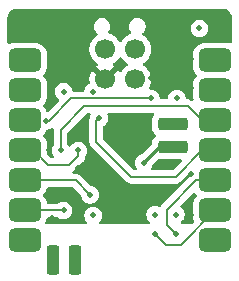
<source format=gbl>
%TF.GenerationSoftware,KiCad,Pcbnew,9.0.4*%
%TF.CreationDate,2025-08-25T23:49:45+01:00*%
%TF.ProjectId,smol-slime-xiao,736d6f6c-2d73-46c6-996d-652d7869616f,1.0*%
%TF.SameCoordinates,Original*%
%TF.FileFunction,Copper,L4,Bot*%
%TF.FilePolarity,Positive*%
%FSLAX46Y46*%
G04 Gerber Fmt 4.6, Leading zero omitted, Abs format (unit mm)*
G04 Created by KiCad (PCBNEW 9.0.4) date 2025-08-25 23:49:45*
%MOMM*%
%LPD*%
G01*
G04 APERTURE LIST*
G04 Aperture macros list*
%AMRoundRect*
0 Rectangle with rounded corners*
0 $1 Rounding radius*
0 $2 $3 $4 $5 $6 $7 $8 $9 X,Y pos of 4 corners*
0 Add a 4 corners polygon primitive as box body*
4,1,4,$2,$3,$4,$5,$6,$7,$8,$9,$2,$3,0*
0 Add four circle primitives for the rounded corners*
1,1,$1+$1,$2,$3*
1,1,$1+$1,$4,$5*
1,1,$1+$1,$6,$7*
1,1,$1+$1,$8,$9*
0 Add four rect primitives between the rounded corners*
20,1,$1+$1,$2,$3,$4,$5,0*
20,1,$1+$1,$4,$5,$6,$7,0*
20,1,$1+$1,$6,$7,$8,$9,0*
20,1,$1+$1,$8,$9,$2,$3,0*%
G04 Aperture macros list end*
%TA.AperFunction,SMDPad,CuDef*%
%ADD10RoundRect,0.500000X0.875000X0.500000X-0.875000X0.500000X-0.875000X-0.500000X0.875000X-0.500000X0*%
%TD*%
%TA.AperFunction,SMDPad,CuDef*%
%ADD11RoundRect,0.275000X-0.975000X-0.275000X0.975000X-0.275000X0.975000X0.275000X-0.975000X0.275000X0*%
%TD*%
%TA.AperFunction,SMDPad,CuDef*%
%ADD12RoundRect,0.275000X-0.275000X0.975000X-0.275000X-0.975000X0.275000X-0.975000X0.275000X0.975000X0*%
%TD*%
%TA.AperFunction,SMDPad,CuDef*%
%ADD13C,1.700000*%
%TD*%
%TA.AperFunction,ViaPad*%
%ADD14C,0.500000*%
%TD*%
%TA.AperFunction,Conductor*%
%ADD15C,0.150000*%
%TD*%
%TA.AperFunction,Conductor*%
%ADD16C,0.300000*%
%TD*%
G04 APERTURE END LIST*
D10*
%TO.P,U4,1,P0.02_A0_D0*%
%TO.N,unconnected-(U4-P0.02_A0_D0-Pad1)*%
X158110000Y-92380000D03*
%TO.P,U4,2,P0.03_A1_D1*%
%TO.N,/CLK_CTL*%
X158110000Y-94920000D03*
%TO.P,U4,3,P0.28_A2_D2*%
%TO.N,/SPI_CS_IMU*%
X158110000Y-97460000D03*
%TO.P,U4,4,P0.29_A3_D3*%
%TO.N,/IMU_INT*%
X158110000Y-100000000D03*
%TO.P,U4,5,P0.04_A4_D4_SDA*%
%TO.N,/I2C_SDA*%
X158110000Y-102540000D03*
%TO.P,U4,6,P0.05_A5_D5_SCL*%
%TO.N,/I2C_SCL*%
X158110000Y-105080000D03*
%TO.P,U4,7,P1.11_D6_TX*%
%TO.N,unconnected-(U4-P1.11_D6_TX-Pad7)*%
X158110000Y-107620000D03*
%TO.P,U4,8,P1.12_D7_RX*%
%TO.N,unconnected-(U4-P1.12_D7_RX-Pad8)*%
X141945000Y-107620000D03*
%TO.P,U4,9,P1.13_D8_SCK*%
%TO.N,/SPI_SCK*%
X141945000Y-105080000D03*
%TO.P,U4,10,P1.14_D9_MISO*%
%TO.N,/SPI_MISO*%
X141945000Y-102540000D03*
%TO.P,U4,11,P1.15_D10_MOSI*%
%TO.N,/SPI_MOSI*%
X141945000Y-100000000D03*
%TO.P,U4,12,3V3*%
%TO.N,VDD*%
X141945000Y-97460000D03*
%TO.P,U4,13,GND*%
%TO.N,GND*%
X141945000Y-94920000D03*
%TO.P,U4,14,5V*%
%TO.N,+5V*%
X141945000Y-92380000D03*
D11*
%TO.P,U4,15,BAT*%
%TO.N,/VBAT*%
X154500000Y-99686500D03*
%TO.P,U4,16,GND*%
%TO.N,GND*%
X154500000Y-97781500D03*
D12*
%TO.P,U4,17,NFC1*%
%TO.N,unconnected-(U4-NFC1-Pad17)*%
X146245000Y-109236900D03*
%TO.P,U4,18,NFC2*%
%TO.N,unconnected-(U4-NFC2-Pad18)*%
X144340000Y-109236900D03*
D13*
%TO.P,U4,19,PA31_SWDIO*%
%TO.N,unconnected-(U4-PA31_SWDIO-Pad19)*%
X151325000Y-91431500D03*
%TO.P,U4,20,PA30_SWCLK*%
%TO.N,unconnected-(U4-PA30_SWCLK-Pad20)*%
X148785000Y-91431500D03*
%TO.P,U4,21,RESET*%
%TO.N,unconnected-(U4-RESET-Pad21)*%
X151325000Y-93971500D03*
%TO.P,U4,22,GND*%
%TO.N,GND*%
X148785000Y-93971500D03*
%TD*%
D14*
%TO.N,GND*%
X149750000Y-93000000D03*
X149500000Y-97250000D03*
X143500000Y-90500000D03*
X156000000Y-102000000D03*
X147750000Y-88500000D03*
X149000000Y-98750000D03*
X146500000Y-93500000D03*
X155000000Y-97781500D03*
X156000000Y-92250000D03*
X146500000Y-92000000D03*
X146200000Y-105500000D03*
X145250000Y-93475000D03*
X141000000Y-88500000D03*
X151000000Y-105500000D03*
X155000000Y-88500000D03*
X153750000Y-92250000D03*
X156000000Y-105500000D03*
X144250000Y-105750000D03*
X154750000Y-101000000D03*
X153000000Y-103750000D03*
X149000000Y-101500000D03*
X145000000Y-92000000D03*
X143250000Y-88500000D03*
X145000000Y-90500000D03*
X141945000Y-94920000D03*
X159000000Y-88500000D03*
X143750000Y-103750000D03*
X146500000Y-101500000D03*
X156750000Y-88500000D03*
X150000000Y-88500000D03*
X144000000Y-100000000D03*
X152250000Y-88500000D03*
X152650000Y-93900000D03*
X156000000Y-94750000D03*
X151750000Y-97500000D03*
X145000000Y-88500000D03*
X149250000Y-105500000D03*
%TO.N,/I2C_SDA*%
X154750000Y-107075000D03*
%TO.N,/I2C_SCL*%
X153000000Y-107075000D03*
%TO.N,/CLK_CTL*%
X158110000Y-94920000D03*
%TO.N,VDD*%
X145250000Y-95025000D03*
X147750000Y-95025000D03*
X156750000Y-89675000D03*
X153000000Y-105425000D03*
X154850000Y-95600000D03*
X141945000Y-97460000D03*
X154750000Y-105425000D03*
X147750000Y-105500000D03*
%TO.N,/IMU_CLKIN*%
X152650000Y-95600000D03*
X143770000Y-97500000D03*
%TO.N,/SPI_MISO*%
X147500000Y-103750000D03*
%TO.N,/IMU_INT*%
X148250000Y-97250000D03*
%TO.N,/SPI_CS_IMU*%
X145000000Y-100000000D03*
%TO.N,/SPI_SCK*%
X145250000Y-105080000D03*
%TO.N,/SPI_MOSI*%
X146500000Y-100000000D03*
%TO.N,+5V*%
X141945000Y-92380000D03*
%TO.N,/VBAT*%
X155000000Y-99686500D03*
X152050000Y-101050000D03*
%TD*%
D15*
%TO.N,/I2C_SDA*%
X154000000Y-105000000D02*
X156460000Y-102540000D01*
X154000000Y-106325000D02*
X154000000Y-105000000D01*
X154750000Y-107075000D02*
X154000000Y-106325000D01*
X156460000Y-102540000D02*
X158110000Y-102540000D01*
X154750000Y-107075000D02*
X154750000Y-107000000D01*
%TO.N,/I2C_SCL*%
X155190000Y-108000000D02*
X153925000Y-108000000D01*
X158110000Y-105080000D02*
X155190000Y-108000000D01*
X153925000Y-108000000D02*
X153000000Y-107075000D01*
X157899000Y-104869000D02*
X158110000Y-105080000D01*
%TO.N,/IMU_CLKIN*%
X143770000Y-97500000D02*
X144000000Y-97500000D01*
X144000000Y-97500000D02*
X145900000Y-95600000D01*
X145900000Y-95600000D02*
X152650000Y-95600000D01*
%TO.N,/SPI_MISO*%
X147500000Y-103750000D02*
X146290000Y-102540000D01*
X146290000Y-102540000D02*
X141945000Y-102540000D01*
%TO.N,/IMU_INT*%
X157000000Y-100000000D02*
X158110000Y-100000000D01*
X148000000Y-99250000D02*
X151000000Y-102250000D01*
X154750000Y-102250000D02*
X157000000Y-100000000D01*
X151000000Y-102250000D02*
X154750000Y-102250000D01*
X148250000Y-97250000D02*
X148000000Y-97500000D01*
X148000000Y-97500000D02*
X148000000Y-99250000D01*
%TO.N,/SPI_CS_IMU*%
X147000000Y-96250000D02*
X155750000Y-96250000D01*
X145000000Y-98250000D02*
X147000000Y-96250000D01*
X156960000Y-97460000D02*
X158110000Y-97460000D01*
X145000000Y-98250000D02*
X145000000Y-100000000D01*
X155750000Y-96250000D02*
X156960000Y-97460000D01*
%TO.N,/SPI_SCK*%
X145250000Y-105080000D02*
X141945000Y-105080000D01*
%TO.N,/SPI_MOSI*%
X145750000Y-101250000D02*
X146500000Y-100500000D01*
X141945000Y-100000000D02*
X142722500Y-100000000D01*
X143972500Y-101250000D02*
X145750000Y-101250000D01*
X146500000Y-100500000D02*
X146500000Y-100000000D01*
X142722500Y-100000000D02*
X143972500Y-101250000D01*
D16*
%TO.N,/VBAT*%
X153413500Y-99686500D02*
X154500000Y-99686500D01*
X152050000Y-101050000D02*
X153413500Y-99686500D01*
%TD*%
%TA.AperFunction,Conductor*%
%TO.N,GND*%
G36*
X147449567Y-96831856D02*
G01*
X147472059Y-96833622D01*
X147482446Y-96841510D01*
X147494959Y-96845185D01*
X147509731Y-96862233D01*
X147527701Y-96875881D01*
X147532174Y-96888133D01*
X147540714Y-96897989D01*
X147543924Y-96920317D01*
X147551663Y-96941513D01*
X147550006Y-96962613D01*
X147550658Y-96967147D01*
X147549245Y-96972294D01*
X147548900Y-96976699D01*
X147546561Y-96987101D01*
X147528342Y-97031087D01*
X147499500Y-97176082D01*
X147499500Y-97196430D01*
X147496480Y-97209863D01*
X147482888Y-97244663D01*
X147463719Y-97277864D01*
X147463719Y-97277865D01*
X147424500Y-97424234D01*
X147424500Y-99325765D01*
X147463719Y-99472136D01*
X147501602Y-99537750D01*
X147539485Y-99603365D01*
X150539485Y-102603365D01*
X150646635Y-102710515D01*
X150777865Y-102786281D01*
X150924234Y-102825500D01*
X150924236Y-102825500D01*
X154825764Y-102825500D01*
X154825766Y-102825500D01*
X154972135Y-102786281D01*
X155103365Y-102710515D01*
X156032357Y-101781522D01*
X156093677Y-101748039D01*
X156163368Y-101753023D01*
X156219302Y-101794894D01*
X156243719Y-101860359D01*
X156243548Y-101880184D01*
X156237986Y-101942755D01*
X156212443Y-102007788D01*
X156176474Y-102039163D01*
X156106635Y-102079485D01*
X156106632Y-102079487D01*
X153539487Y-104646632D01*
X153539483Y-104646638D01*
X153505566Y-104705382D01*
X153454998Y-104753597D01*
X153386391Y-104766818D01*
X153350727Y-104757941D01*
X153218913Y-104703342D01*
X153218907Y-104703340D01*
X153073920Y-104674500D01*
X153073918Y-104674500D01*
X152926082Y-104674500D01*
X152926080Y-104674500D01*
X152781092Y-104703340D01*
X152781082Y-104703343D01*
X152644511Y-104759912D01*
X152644498Y-104759919D01*
X152521584Y-104842048D01*
X152521580Y-104842051D01*
X152417051Y-104946580D01*
X152417048Y-104946584D01*
X152334919Y-105069498D01*
X152334912Y-105069511D01*
X152278343Y-105206082D01*
X152278340Y-105206092D01*
X152249500Y-105351079D01*
X152249500Y-105351082D01*
X152249500Y-105498918D01*
X152249500Y-105498920D01*
X152249499Y-105498920D01*
X152278340Y-105643907D01*
X152278343Y-105643917D01*
X152334912Y-105780488D01*
X152334919Y-105780501D01*
X152417048Y-105903415D01*
X152417051Y-105903419D01*
X152521580Y-106007948D01*
X152521584Y-106007951D01*
X152543953Y-106022898D01*
X152588758Y-106076511D01*
X152597465Y-106145836D01*
X152567310Y-106208863D01*
X152507867Y-106245582D01*
X152475062Y-106250000D01*
X148360730Y-106250000D01*
X148293691Y-106230315D01*
X148247936Y-106177511D01*
X148237992Y-106108353D01*
X148267017Y-106044797D01*
X148273049Y-106038319D01*
X148332948Y-105978419D01*
X148332951Y-105978416D01*
X148415084Y-105855495D01*
X148471658Y-105718913D01*
X148487746Y-105638034D01*
X148500500Y-105573920D01*
X148500500Y-105426079D01*
X148471659Y-105281092D01*
X148471658Y-105281091D01*
X148471658Y-105281087D01*
X148418983Y-105153918D01*
X148415087Y-105144511D01*
X148415080Y-105144498D01*
X148332951Y-105021584D01*
X148332948Y-105021580D01*
X148228419Y-104917051D01*
X148228415Y-104917048D01*
X148105501Y-104834919D01*
X148105488Y-104834912D01*
X147968917Y-104778343D01*
X147968907Y-104778340D01*
X147823920Y-104749500D01*
X147823918Y-104749500D01*
X147676082Y-104749500D01*
X147676080Y-104749500D01*
X147531092Y-104778340D01*
X147531082Y-104778343D01*
X147394511Y-104834912D01*
X147394498Y-104834919D01*
X147271584Y-104917048D01*
X147271580Y-104917051D01*
X147167051Y-105021580D01*
X147167048Y-105021584D01*
X147084919Y-105144498D01*
X147084912Y-105144511D01*
X147028343Y-105281082D01*
X147028340Y-105281092D01*
X146999500Y-105426079D01*
X146999500Y-105426082D01*
X146999500Y-105573918D01*
X146999500Y-105573920D01*
X146999499Y-105573920D01*
X147028340Y-105718907D01*
X147028343Y-105718917D01*
X147084912Y-105855488D01*
X147084919Y-105855501D01*
X147167048Y-105978415D01*
X147167051Y-105978419D01*
X147226951Y-106038319D01*
X147260436Y-106099642D01*
X147255452Y-106169334D01*
X147213580Y-106225267D01*
X147148116Y-106249684D01*
X147139270Y-106250000D01*
X143803465Y-106250000D01*
X143736426Y-106230315D01*
X143690671Y-106177511D01*
X143680727Y-106108353D01*
X143693556Y-106068589D01*
X143706413Y-106043976D01*
X143753909Y-105953049D01*
X143809886Y-105757418D01*
X143809886Y-105757407D01*
X143809991Y-105756850D01*
X143810121Y-105756591D01*
X143811507Y-105751751D01*
X143812441Y-105752018D01*
X143841590Y-105694534D01*
X143901864Y-105659194D01*
X143931905Y-105655500D01*
X144722817Y-105655500D01*
X144789856Y-105675185D01*
X144791708Y-105676398D01*
X144894498Y-105745080D01*
X144894511Y-105745087D01*
X144980009Y-105780501D01*
X145031087Y-105801658D01*
X145031091Y-105801658D01*
X145031092Y-105801659D01*
X145176079Y-105830500D01*
X145176082Y-105830500D01*
X145323920Y-105830500D01*
X145421462Y-105811096D01*
X145468913Y-105801658D01*
X145588755Y-105752018D01*
X145605488Y-105745087D01*
X145605488Y-105745086D01*
X145605495Y-105745084D01*
X145728416Y-105662951D01*
X145832951Y-105558416D01*
X145915084Y-105435495D01*
X145971658Y-105298913D01*
X146000500Y-105153918D01*
X146000500Y-105006082D01*
X146000500Y-105006079D01*
X145971659Y-104861092D01*
X145971658Y-104861091D01*
X145971658Y-104861087D01*
X145963772Y-104842048D01*
X145915087Y-104724511D01*
X145915080Y-104724498D01*
X145832951Y-104601584D01*
X145832948Y-104601580D01*
X145728419Y-104497051D01*
X145728415Y-104497048D01*
X145605501Y-104414919D01*
X145605488Y-104414912D01*
X145468917Y-104358343D01*
X145468907Y-104358340D01*
X145323920Y-104329500D01*
X145323918Y-104329500D01*
X145176082Y-104329500D01*
X145176080Y-104329500D01*
X145031092Y-104358340D01*
X145031082Y-104358343D01*
X144894511Y-104414912D01*
X144894498Y-104414919D01*
X144791708Y-104483602D01*
X144725030Y-104504480D01*
X144722817Y-104504500D01*
X143931905Y-104504500D01*
X143864866Y-104484815D01*
X143819111Y-104432011D01*
X143811594Y-104408224D01*
X143811507Y-104408249D01*
X143810594Y-104405059D01*
X143809991Y-104403150D01*
X143809886Y-104402586D01*
X143809886Y-104402582D01*
X143753909Y-104206951D01*
X143659698Y-104026593D01*
X143546983Y-103888359D01*
X143519875Y-103823965D01*
X143531884Y-103755135D01*
X143546981Y-103731642D01*
X143659698Y-103593407D01*
X143753909Y-103413049D01*
X143809886Y-103217418D01*
X143809886Y-103217407D01*
X143809991Y-103216850D01*
X143810121Y-103216591D01*
X143811507Y-103211751D01*
X143812441Y-103212018D01*
X143841590Y-103154534D01*
X143901864Y-103119194D01*
X143931905Y-103115500D01*
X146000258Y-103115500D01*
X146067297Y-103135185D01*
X146087939Y-103151819D01*
X146720285Y-103784165D01*
X146753770Y-103845488D01*
X146754221Y-103847654D01*
X146778340Y-103968907D01*
X146778343Y-103968917D01*
X146834912Y-104105488D01*
X146834919Y-104105501D01*
X146917048Y-104228415D01*
X146917051Y-104228419D01*
X147021580Y-104332948D01*
X147021584Y-104332951D01*
X147144498Y-104415080D01*
X147144511Y-104415087D01*
X147185370Y-104432011D01*
X147281087Y-104471658D01*
X147281091Y-104471658D01*
X147281092Y-104471659D01*
X147426079Y-104500500D01*
X147426082Y-104500500D01*
X147573920Y-104500500D01*
X147671462Y-104481096D01*
X147718913Y-104471658D01*
X147855495Y-104415084D01*
X147978416Y-104332951D01*
X148082951Y-104228416D01*
X148165084Y-104105495D01*
X148221658Y-103968913D01*
X148245779Y-103847654D01*
X148250500Y-103823920D01*
X148250500Y-103676079D01*
X148221659Y-103531092D01*
X148221658Y-103531091D01*
X148221658Y-103531087D01*
X148199903Y-103478565D01*
X148165087Y-103394511D01*
X148165080Y-103394498D01*
X148082951Y-103271584D01*
X148082948Y-103271580D01*
X147978419Y-103167051D01*
X147978415Y-103167048D01*
X147855501Y-103084919D01*
X147855488Y-103084912D01*
X147718917Y-103028343D01*
X147718907Y-103028340D01*
X147597654Y-103004221D01*
X147535743Y-102971836D01*
X147534165Y-102970285D01*
X146643367Y-102079487D01*
X146643365Y-102079485D01*
X146573526Y-102039163D01*
X146512136Y-102003719D01*
X146438950Y-101984109D01*
X146365766Y-101964500D01*
X146365765Y-101964500D01*
X146126225Y-101964500D01*
X146059186Y-101944815D01*
X146013431Y-101892011D01*
X146003487Y-101822853D01*
X146032512Y-101759297D01*
X146064224Y-101733113D01*
X146103365Y-101710515D01*
X146843155Y-100970722D01*
X146843160Y-100970719D01*
X146853363Y-100960515D01*
X146853365Y-100960515D01*
X146960515Y-100853365D01*
X147036281Y-100722135D01*
X147075500Y-100575766D01*
X147075500Y-100527182D01*
X147095185Y-100460143D01*
X147096398Y-100458291D01*
X147165080Y-100355501D01*
X147165080Y-100355500D01*
X147165084Y-100355495D01*
X147221658Y-100218913D01*
X147231096Y-100171462D01*
X147250500Y-100073920D01*
X147250500Y-99926079D01*
X147221659Y-99781092D01*
X147221658Y-99781091D01*
X147221658Y-99781087D01*
X147174062Y-99666179D01*
X147165087Y-99644511D01*
X147165080Y-99644498D01*
X147082951Y-99521584D01*
X147082948Y-99521580D01*
X146978419Y-99417051D01*
X146978415Y-99417048D01*
X146855501Y-99334919D01*
X146855488Y-99334912D01*
X146718917Y-99278343D01*
X146718907Y-99278340D01*
X146573920Y-99249500D01*
X146573918Y-99249500D01*
X146426082Y-99249500D01*
X146426080Y-99249500D01*
X146281092Y-99278340D01*
X146281082Y-99278343D01*
X146144511Y-99334912D01*
X146144498Y-99334919D01*
X146021584Y-99417048D01*
X146021580Y-99417051D01*
X145917051Y-99521580D01*
X145917048Y-99521584D01*
X145853102Y-99617286D01*
X145827931Y-99638321D01*
X145803517Y-99660252D01*
X145801249Y-99660619D01*
X145799489Y-99662091D01*
X145766938Y-99666179D01*
X145734547Y-99671428D01*
X145732442Y-99670511D01*
X145730164Y-99670798D01*
X145700570Y-99656639D01*
X145670483Y-99643543D01*
X145668436Y-99641264D01*
X145667137Y-99640643D01*
X145646898Y-99617286D01*
X145596398Y-99541708D01*
X145575520Y-99475031D01*
X145575500Y-99472817D01*
X145575500Y-98539742D01*
X145595185Y-98472703D01*
X145611819Y-98452061D01*
X147202061Y-96861819D01*
X147263384Y-96828334D01*
X147289742Y-96825500D01*
X147427920Y-96825500D01*
X147449567Y-96831856D01*
G37*
%TD.AperFunction*%
%TA.AperFunction,Conductor*%
G36*
X156350741Y-103565651D02*
G01*
X156403509Y-103603472D01*
X156508015Y-103731639D01*
X156535124Y-103796036D01*
X156523115Y-103864865D01*
X156508015Y-103888361D01*
X156395304Y-104026590D01*
X156301089Y-104206954D01*
X156266025Y-104329500D01*
X156245115Y-104402581D01*
X156245114Y-104402583D01*
X156245113Y-104402586D01*
X156238972Y-104471659D01*
X156236055Y-104504480D01*
X156234500Y-104521966D01*
X156234500Y-105638028D01*
X156234500Y-105638033D01*
X156234501Y-105638036D01*
X156235024Y-105643917D01*
X156245113Y-105757415D01*
X156301092Y-105953053D01*
X156303422Y-105958886D01*
X156302159Y-105959390D01*
X156305712Y-105977305D01*
X156314562Y-106001031D01*
X156312393Y-106010998D01*
X156314378Y-106021003D01*
X156305093Y-106044559D01*
X156299711Y-106069304D01*
X156290481Y-106081632D01*
X156288758Y-106086006D01*
X156278560Y-106097558D01*
X156162440Y-106213680D01*
X156101117Y-106247166D01*
X156074758Y-106250000D01*
X155274938Y-106250000D01*
X155207899Y-106230315D01*
X155162144Y-106177511D01*
X155152200Y-106108353D01*
X155181225Y-106044797D01*
X155206047Y-106022898D01*
X155216105Y-106016176D01*
X155228416Y-106007951D01*
X155332951Y-105903416D01*
X155415084Y-105780495D01*
X155471658Y-105643913D01*
X155500500Y-105498918D01*
X155500500Y-105351082D01*
X155500500Y-105351079D01*
X155471659Y-105206092D01*
X155471658Y-105206091D01*
X155471658Y-105206087D01*
X155450049Y-105153918D01*
X155415087Y-105069511D01*
X155415080Y-105069498D01*
X155332951Y-104946584D01*
X155332948Y-104946580D01*
X155228419Y-104842051D01*
X155228414Y-104842047D01*
X155200235Y-104823219D01*
X155155429Y-104769607D01*
X155146720Y-104700283D01*
X155176874Y-104637255D01*
X155181424Y-104632454D01*
X156219728Y-103594150D01*
X156281049Y-103560667D01*
X156350741Y-103565651D01*
G37*
%TD.AperFunction*%
%TA.AperFunction,Conductor*%
G36*
X152880286Y-96845185D02*
G01*
X152926041Y-96897989D01*
X152935985Y-96967147D01*
X152918241Y-97015472D01*
X152822330Y-97168113D01*
X152764648Y-97332960D01*
X152750000Y-97462969D01*
X152750000Y-98100030D01*
X152764648Y-98230039D01*
X152822330Y-98394886D01*
X152915246Y-98542762D01*
X153018449Y-98645965D01*
X153051934Y-98707288D01*
X153046950Y-98776980D01*
X153018450Y-98821327D01*
X152914852Y-98924925D01*
X152821877Y-99072895D01*
X152764159Y-99237841D01*
X152764157Y-99237851D01*
X152749500Y-99367941D01*
X152749500Y-99379191D01*
X152729815Y-99446230D01*
X152713181Y-99466872D01*
X151882654Y-100297398D01*
X151836357Y-100325149D01*
X151836714Y-100326011D01*
X151694507Y-100384914D01*
X151694498Y-100384919D01*
X151571584Y-100467048D01*
X151571580Y-100467051D01*
X151467051Y-100571580D01*
X151467048Y-100571584D01*
X151384919Y-100694498D01*
X151384912Y-100694511D01*
X151328343Y-100831082D01*
X151328340Y-100831092D01*
X151299500Y-100976079D01*
X151299500Y-100976082D01*
X151299500Y-101123918D01*
X151299500Y-101123920D01*
X151299499Y-101123920D01*
X151328340Y-101268907D01*
X151328343Y-101268917D01*
X151384912Y-101405488D01*
X151384919Y-101405501D01*
X151435773Y-101481609D01*
X151438810Y-101491309D01*
X151445465Y-101498989D01*
X151449073Y-101524088D01*
X151456651Y-101548287D01*
X151453962Y-101558086D01*
X151455409Y-101568147D01*
X151444874Y-101591215D01*
X151438166Y-101615667D01*
X151430606Y-101622457D01*
X151426384Y-101631703D01*
X151405049Y-101645413D01*
X151386187Y-101662357D01*
X151374590Y-101664988D01*
X151367606Y-101669477D01*
X151332671Y-101674500D01*
X151289742Y-101674500D01*
X151222703Y-101654815D01*
X151202061Y-101638181D01*
X148611819Y-99047939D01*
X148578334Y-98986616D01*
X148575500Y-98960258D01*
X148575500Y-98001405D01*
X148595185Y-97934366D01*
X148630607Y-97898304D01*
X148728416Y-97832951D01*
X148832951Y-97728416D01*
X148915084Y-97605495D01*
X148971658Y-97468913D01*
X148981096Y-97421462D01*
X149000500Y-97323920D01*
X149000500Y-97176079D01*
X148971659Y-97031092D01*
X148971658Y-97031091D01*
X148971658Y-97031087D01*
X148957518Y-96996952D01*
X148950050Y-96927484D01*
X148981325Y-96865004D01*
X149041414Y-96829352D01*
X149072080Y-96825500D01*
X152813247Y-96825500D01*
X152880286Y-96845185D01*
G37*
%TD.AperFunction*%
%TA.AperFunction,Conductor*%
G36*
X153481444Y-100736999D02*
G01*
X153481445Y-100737000D01*
X153481448Y-100737000D01*
X155149758Y-100737000D01*
X155216797Y-100756685D01*
X155262552Y-100809489D01*
X155272496Y-100878647D01*
X155243471Y-100942203D01*
X155237439Y-100948681D01*
X154547939Y-101638181D01*
X154486616Y-101671666D01*
X154460258Y-101674500D01*
X152767329Y-101674500D01*
X152700290Y-101654815D01*
X152654535Y-101602011D01*
X152644591Y-101532853D01*
X152664227Y-101481609D01*
X152715080Y-101405501D01*
X152715080Y-101405500D01*
X152715084Y-101405495D01*
X152771658Y-101268913D01*
X152771658Y-101268912D01*
X152773989Y-101263285D01*
X152774852Y-101263642D01*
X152802600Y-101217344D01*
X153260822Y-100759122D01*
X153322143Y-100725639D01*
X153362384Y-100723585D01*
X153481444Y-100736999D01*
G37*
%TD.AperFunction*%
%TA.AperFunction,Conductor*%
G36*
X144365666Y-98091787D02*
G01*
X144412357Y-98143766D01*
X144424500Y-98197283D01*
X144424500Y-99472817D01*
X144404815Y-99539856D01*
X144403602Y-99541708D01*
X144334919Y-99644498D01*
X144334912Y-99644511D01*
X144278343Y-99781082D01*
X144278340Y-99781092D01*
X144249500Y-99926079D01*
X144249500Y-99926082D01*
X144249500Y-100073918D01*
X144249500Y-100073920D01*
X144249499Y-100073920D01*
X144278340Y-100218907D01*
X144278343Y-100218917D01*
X144334912Y-100355488D01*
X144334919Y-100355501D01*
X144419182Y-100481609D01*
X144422219Y-100491309D01*
X144428874Y-100498989D01*
X144432482Y-100524088D01*
X144440060Y-100548287D01*
X144437371Y-100558086D01*
X144438818Y-100568147D01*
X144428283Y-100591215D01*
X144421575Y-100615667D01*
X144414015Y-100622457D01*
X144409793Y-100631703D01*
X144388461Y-100645412D01*
X144369597Y-100662357D01*
X144357999Y-100664988D01*
X144351015Y-100669477D01*
X144316080Y-100674500D01*
X144262242Y-100674500D01*
X144195203Y-100654815D01*
X144174561Y-100638181D01*
X143856818Y-100320438D01*
X143823333Y-100259115D01*
X143820499Y-100232757D01*
X143820499Y-99441971D01*
X143820499Y-99441964D01*
X143809886Y-99322582D01*
X143753909Y-99126951D01*
X143659698Y-98946593D01*
X143546983Y-98808359D01*
X143519875Y-98743965D01*
X143531884Y-98675135D01*
X143546981Y-98651642D01*
X143659698Y-98513407D01*
X143753909Y-98333049D01*
X143753911Y-98333040D01*
X143756245Y-98327202D01*
X143758507Y-98328105D01*
X143790025Y-98278252D01*
X143847730Y-98249741D01*
X143988913Y-98221658D01*
X144125495Y-98165084D01*
X144231609Y-98094180D01*
X144298286Y-98073303D01*
X144365666Y-98091787D01*
G37*
%TD.AperFunction*%
%TA.AperFunction,Conductor*%
G36*
X158756061Y-88001097D02*
G01*
X158766635Y-88002138D01*
X158884069Y-88013704D01*
X158907897Y-88018443D01*
X159025140Y-88054008D01*
X159047589Y-88063308D01*
X159155630Y-88121057D01*
X159175840Y-88134561D01*
X159270535Y-88212274D01*
X159287725Y-88229464D01*
X159365438Y-88324159D01*
X159378942Y-88344369D01*
X159436690Y-88452407D01*
X159445993Y-88474865D01*
X159481554Y-88592093D01*
X159486296Y-88615935D01*
X159498903Y-88743938D01*
X159499500Y-88756092D01*
X159499500Y-90822107D01*
X159479815Y-90889146D01*
X159427011Y-90934901D01*
X159357853Y-90944845D01*
X159341389Y-90941323D01*
X159202851Y-90901683D01*
X159162418Y-90890114D01*
X159162416Y-90890113D01*
X159162413Y-90890113D01*
X159096102Y-90884217D01*
X159043037Y-90879500D01*
X159043032Y-90879500D01*
X157176971Y-90879500D01*
X157176965Y-90879500D01*
X157176964Y-90879501D01*
X157165316Y-90880536D01*
X157057584Y-90890113D01*
X156861954Y-90946089D01*
X156771772Y-90993196D01*
X156681593Y-91040302D01*
X156681591Y-91040303D01*
X156681590Y-91040304D01*
X156523890Y-91168890D01*
X156395304Y-91326590D01*
X156301089Y-91506954D01*
X156245114Y-91702583D01*
X156245113Y-91702586D01*
X156234500Y-91821966D01*
X156234500Y-92938028D01*
X156234501Y-92938034D01*
X156245113Y-93057415D01*
X156301089Y-93253045D01*
X156301090Y-93253048D01*
X156301091Y-93253049D01*
X156395302Y-93433407D01*
X156411350Y-93453088D01*
X156508015Y-93571639D01*
X156535124Y-93636036D01*
X156523115Y-93704865D01*
X156508015Y-93728361D01*
X156396395Y-93865253D01*
X156395302Y-93866593D01*
X156393582Y-93869886D01*
X156301089Y-94046954D01*
X156245114Y-94242583D01*
X156245113Y-94242586D01*
X156239712Y-94303340D01*
X156234683Y-94359912D01*
X156234500Y-94361966D01*
X156234500Y-95478028D01*
X156234501Y-95478034D01*
X156245113Y-95597413D01*
X156245113Y-95597415D01*
X156245114Y-95597418D01*
X156254636Y-95630699D01*
X156254154Y-95700565D01*
X156215974Y-95759081D01*
X156152219Y-95787666D01*
X156083131Y-95777245D01*
X156073421Y-95772196D01*
X155972138Y-95713720D01*
X155972135Y-95713719D01*
X155825766Y-95674500D01*
X155825765Y-95674500D01*
X155724500Y-95674500D01*
X155657461Y-95654815D01*
X155611706Y-95602011D01*
X155600500Y-95550500D01*
X155600500Y-95526079D01*
X155571659Y-95381092D01*
X155571658Y-95381091D01*
X155571658Y-95381087D01*
X155571410Y-95380488D01*
X155515087Y-95244511D01*
X155515080Y-95244498D01*
X155432951Y-95121584D01*
X155432948Y-95121580D01*
X155328419Y-95017051D01*
X155328415Y-95017048D01*
X155205501Y-94934919D01*
X155205488Y-94934912D01*
X155068917Y-94878343D01*
X155068907Y-94878340D01*
X154923920Y-94849500D01*
X154923918Y-94849500D01*
X154776082Y-94849500D01*
X154776080Y-94849500D01*
X154631092Y-94878340D01*
X154631082Y-94878343D01*
X154494511Y-94934912D01*
X154494498Y-94934919D01*
X154371584Y-95017048D01*
X154371580Y-95017051D01*
X154267051Y-95121580D01*
X154267048Y-95121584D01*
X154184919Y-95244498D01*
X154184912Y-95244511D01*
X154128343Y-95381082D01*
X154128340Y-95381092D01*
X154099500Y-95526079D01*
X154099500Y-95550500D01*
X154079815Y-95617539D01*
X154027011Y-95663294D01*
X153975500Y-95674500D01*
X153524500Y-95674500D01*
X153457461Y-95654815D01*
X153411706Y-95602011D01*
X153400500Y-95550500D01*
X153400500Y-95526079D01*
X153371659Y-95381092D01*
X153371658Y-95381091D01*
X153371658Y-95381087D01*
X153371410Y-95380488D01*
X153315087Y-95244511D01*
X153315080Y-95244498D01*
X153232951Y-95121584D01*
X153232948Y-95121580D01*
X153128419Y-95017051D01*
X153128415Y-95017048D01*
X153005501Y-94934919D01*
X153005488Y-94934912D01*
X152868917Y-94878343D01*
X152868907Y-94878340D01*
X152723920Y-94849500D01*
X152723918Y-94849500D01*
X152595688Y-94849500D01*
X152528649Y-94829815D01*
X152482894Y-94777011D01*
X152472950Y-94707853D01*
X152485203Y-94669205D01*
X152547683Y-94546580D01*
X152576557Y-94489912D01*
X152642246Y-94287743D01*
X152675500Y-94077787D01*
X152675500Y-93865213D01*
X152642246Y-93655257D01*
X152576557Y-93453088D01*
X152480051Y-93263684D01*
X152480049Y-93263681D01*
X152480048Y-93263679D01*
X152355109Y-93091713D01*
X152204786Y-92941390D01*
X152032820Y-92816451D01*
X152024600Y-92812263D01*
X152024054Y-92811985D01*
X151973259Y-92764012D01*
X151956463Y-92696192D01*
X151978999Y-92630056D01*
X152024054Y-92591015D01*
X152032816Y-92586551D01*
X152054789Y-92570586D01*
X152204786Y-92461609D01*
X152204788Y-92461606D01*
X152204792Y-92461604D01*
X152355104Y-92311292D01*
X152355106Y-92311288D01*
X152355109Y-92311286D01*
X152480048Y-92139320D01*
X152480047Y-92139320D01*
X152480051Y-92139316D01*
X152576557Y-91949912D01*
X152642246Y-91747743D01*
X152675500Y-91537787D01*
X152675500Y-91325213D01*
X152642246Y-91115257D01*
X152576557Y-90913088D01*
X152480051Y-90723684D01*
X152480049Y-90723681D01*
X152480048Y-90723679D01*
X152355109Y-90551713D01*
X152204786Y-90401390D01*
X152032817Y-90276449D01*
X151973820Y-90246389D01*
X151923023Y-90198415D01*
X151906228Y-90130594D01*
X151928765Y-90064459D01*
X151942433Y-90048222D01*
X151946538Y-90044116D01*
X151946542Y-90044114D01*
X152044114Y-89946542D01*
X152120775Y-89831811D01*
X152155109Y-89748920D01*
X155999499Y-89748920D01*
X156028340Y-89893907D01*
X156028343Y-89893917D01*
X156084912Y-90030488D01*
X156084919Y-90030501D01*
X156167048Y-90153415D01*
X156167051Y-90153419D01*
X156271580Y-90257948D01*
X156271584Y-90257951D01*
X156394498Y-90340080D01*
X156394511Y-90340087D01*
X156531082Y-90396656D01*
X156531087Y-90396658D01*
X156531091Y-90396658D01*
X156531092Y-90396659D01*
X156676079Y-90425500D01*
X156676082Y-90425500D01*
X156823920Y-90425500D01*
X156945124Y-90401390D01*
X156968913Y-90396658D01*
X157105495Y-90340084D01*
X157228416Y-90257951D01*
X157332951Y-90153416D01*
X157415084Y-90030495D01*
X157471658Y-89893913D01*
X157500500Y-89748918D01*
X157500500Y-89601082D01*
X157500500Y-89601079D01*
X157471659Y-89456092D01*
X157471658Y-89456091D01*
X157471658Y-89456087D01*
X157461268Y-89431004D01*
X157415087Y-89319511D01*
X157415080Y-89319498D01*
X157332951Y-89196584D01*
X157332948Y-89196580D01*
X157228419Y-89092051D01*
X157228415Y-89092048D01*
X157105501Y-89009919D01*
X157105488Y-89009912D01*
X156968917Y-88953343D01*
X156968907Y-88953340D01*
X156823920Y-88924500D01*
X156823918Y-88924500D01*
X156676082Y-88924500D01*
X156676080Y-88924500D01*
X156531092Y-88953340D01*
X156531082Y-88953343D01*
X156394511Y-89009912D01*
X156394498Y-89009919D01*
X156271584Y-89092048D01*
X156271580Y-89092051D01*
X156167051Y-89196580D01*
X156167048Y-89196584D01*
X156084919Y-89319498D01*
X156084912Y-89319511D01*
X156028343Y-89456082D01*
X156028340Y-89456092D01*
X155999500Y-89601079D01*
X155999500Y-89601082D01*
X155999500Y-89748918D01*
X155999500Y-89748920D01*
X155999499Y-89748920D01*
X152155109Y-89748920D01*
X152173580Y-89704328D01*
X152200500Y-89568993D01*
X152200500Y-89431007D01*
X152200500Y-89431004D01*
X152173581Y-89295677D01*
X152173580Y-89295676D01*
X152173580Y-89295672D01*
X152132535Y-89196580D01*
X152120778Y-89168195D01*
X152120771Y-89168182D01*
X152044114Y-89053458D01*
X152044111Y-89053454D01*
X151946545Y-88955888D01*
X151946541Y-88955885D01*
X151831817Y-88879228D01*
X151831804Y-88879221D01*
X151704332Y-88826421D01*
X151704322Y-88826418D01*
X151568995Y-88799500D01*
X151568993Y-88799500D01*
X151431007Y-88799500D01*
X151431005Y-88799500D01*
X151295677Y-88826418D01*
X151295667Y-88826421D01*
X151168195Y-88879221D01*
X151168182Y-88879228D01*
X151053458Y-88955885D01*
X151053454Y-88955888D01*
X150955888Y-89053454D01*
X150955885Y-89053458D01*
X150879228Y-89168182D01*
X150879221Y-89168195D01*
X150826421Y-89295667D01*
X150826418Y-89295677D01*
X150799500Y-89431004D01*
X150799500Y-89431007D01*
X150799500Y-89568993D01*
X150799500Y-89568995D01*
X150799499Y-89568995D01*
X150826418Y-89704322D01*
X150826421Y-89704332D01*
X150879221Y-89831804D01*
X150879228Y-89831817D01*
X150955885Y-89946541D01*
X150959751Y-89951252D01*
X150957749Y-89952894D01*
X150985836Y-90004331D01*
X150980852Y-90074023D01*
X150938980Y-90129956D01*
X150902989Y-90148620D01*
X150806583Y-90179944D01*
X150617179Y-90276451D01*
X150445213Y-90401390D01*
X150294890Y-90551713D01*
X150169949Y-90723682D01*
X150165484Y-90732446D01*
X150117509Y-90783242D01*
X150049688Y-90800036D01*
X149983553Y-90777498D01*
X149944516Y-90732446D01*
X149940050Y-90723682D01*
X149815109Y-90551713D01*
X149664786Y-90401390D01*
X149492820Y-90276451D01*
X149303416Y-90179944D01*
X149151532Y-90130594D01*
X149118021Y-90119705D01*
X149060347Y-90080268D01*
X149033149Y-90015909D01*
X149045064Y-89947063D01*
X149053235Y-89932890D01*
X149120775Y-89831811D01*
X149173580Y-89704328D01*
X149200141Y-89570799D01*
X149200500Y-89568995D01*
X149200500Y-89431004D01*
X149173581Y-89295677D01*
X149173580Y-89295676D01*
X149173580Y-89295672D01*
X149132535Y-89196580D01*
X149120778Y-89168195D01*
X149120771Y-89168182D01*
X149044114Y-89053458D01*
X149044111Y-89053454D01*
X148946545Y-88955888D01*
X148946541Y-88955885D01*
X148831817Y-88879228D01*
X148831804Y-88879221D01*
X148704332Y-88826421D01*
X148704322Y-88826418D01*
X148568995Y-88799500D01*
X148568993Y-88799500D01*
X148431007Y-88799500D01*
X148431005Y-88799500D01*
X148295677Y-88826418D01*
X148295667Y-88826421D01*
X148168195Y-88879221D01*
X148168182Y-88879228D01*
X148053458Y-88955885D01*
X148053454Y-88955888D01*
X147955888Y-89053454D01*
X147955885Y-89053458D01*
X147879228Y-89168182D01*
X147879221Y-89168195D01*
X147826421Y-89295667D01*
X147826418Y-89295677D01*
X147799500Y-89431004D01*
X147799500Y-89431007D01*
X147799500Y-89568993D01*
X147799500Y-89568995D01*
X147799499Y-89568995D01*
X147826418Y-89704322D01*
X147826421Y-89704332D01*
X147879221Y-89831804D01*
X147879228Y-89831817D01*
X147955885Y-89946541D01*
X147955888Y-89946545D01*
X148053455Y-90044112D01*
X148053458Y-90044114D01*
X148085119Y-90065269D01*
X148129923Y-90118880D01*
X148138632Y-90188205D01*
X148108477Y-90251233D01*
X148081027Y-90274093D01*
X148077182Y-90276449D01*
X147905213Y-90401390D01*
X147754890Y-90551713D01*
X147629951Y-90723679D01*
X147533444Y-90913085D01*
X147533443Y-90913087D01*
X147533443Y-90913088D01*
X147524269Y-90941323D01*
X147467753Y-91115260D01*
X147459259Y-91168890D01*
X147434500Y-91325213D01*
X147434500Y-91537787D01*
X147467754Y-91747743D01*
X147491872Y-91821971D01*
X147533444Y-91949914D01*
X147629951Y-92139320D01*
X147754890Y-92311286D01*
X147905213Y-92461609D01*
X148077179Y-92586548D01*
X148077181Y-92586549D01*
X148077184Y-92586551D01*
X148086493Y-92591294D01*
X148137290Y-92639266D01*
X148154087Y-92707087D01*
X148131552Y-92773222D01*
X148086505Y-92812260D01*
X148077446Y-92816876D01*
X148077440Y-92816880D01*
X148023282Y-92856227D01*
X148023282Y-92856228D01*
X148785000Y-93617946D01*
X148785001Y-93617946D01*
X149546716Y-92856228D01*
X149492547Y-92816873D01*
X149492547Y-92816872D01*
X149483500Y-92812263D01*
X149432706Y-92764288D01*
X149415912Y-92696466D01*
X149438451Y-92630332D01*
X149483508Y-92591293D01*
X149492816Y-92586551D01*
X149572007Y-92529015D01*
X149664786Y-92461609D01*
X149664788Y-92461606D01*
X149664792Y-92461604D01*
X149815104Y-92311292D01*
X149815106Y-92311288D01*
X149815109Y-92311286D01*
X149940048Y-92139320D01*
X149940047Y-92139320D01*
X149940051Y-92139316D01*
X149944514Y-92130554D01*
X149992488Y-92079759D01*
X150060308Y-92062963D01*
X150126444Y-92085499D01*
X150165486Y-92130556D01*
X150169951Y-92139320D01*
X150294890Y-92311286D01*
X150445213Y-92461609D01*
X150617182Y-92586550D01*
X150625946Y-92591016D01*
X150676742Y-92638991D01*
X150693536Y-92706812D01*
X150670998Y-92772947D01*
X150625946Y-92811984D01*
X150617182Y-92816449D01*
X150445213Y-92941390D01*
X150294890Y-93091713D01*
X150169949Y-93263682D01*
X150165202Y-93272999D01*
X150117227Y-93323793D01*
X150049405Y-93340587D01*
X149983271Y-93318048D01*
X149944234Y-93272995D01*
X149939626Y-93263952D01*
X149900270Y-93209782D01*
X149900269Y-93209782D01*
X149049457Y-94060595D01*
X148988134Y-94094080D01*
X148918442Y-94089096D01*
X148874095Y-94060595D01*
X148785000Y-93971500D01*
X148695904Y-94060596D01*
X148634581Y-94094081D01*
X148564889Y-94089097D01*
X148520542Y-94060596D01*
X147669728Y-93209782D01*
X147669727Y-93209782D01*
X147630380Y-93263939D01*
X147533904Y-93453282D01*
X147468242Y-93655369D01*
X147468242Y-93655372D01*
X147435000Y-93865253D01*
X147435000Y-94077747D01*
X147434999Y-94077747D01*
X147459237Y-94230779D01*
X147450282Y-94300072D01*
X147405286Y-94353524D01*
X147395224Y-94359531D01*
X147394504Y-94359915D01*
X147271584Y-94442048D01*
X147271580Y-94442051D01*
X147167051Y-94546580D01*
X147167048Y-94546584D01*
X147084919Y-94669498D01*
X147084912Y-94669511D01*
X147028343Y-94806082D01*
X147028340Y-94806092D01*
X147004749Y-94924692D01*
X146972364Y-94986603D01*
X146911648Y-95021177D01*
X146883132Y-95024500D01*
X146116868Y-95024500D01*
X146049829Y-95004815D01*
X146004074Y-94952011D01*
X145995251Y-94924692D01*
X145971659Y-94806092D01*
X145971658Y-94806091D01*
X145971658Y-94806087D01*
X145971656Y-94806082D01*
X145915087Y-94669511D01*
X145915080Y-94669498D01*
X145832951Y-94546584D01*
X145832948Y-94546580D01*
X145728419Y-94442051D01*
X145728415Y-94442048D01*
X145605501Y-94359919D01*
X145605488Y-94359912D01*
X145468917Y-94303343D01*
X145468907Y-94303340D01*
X145323920Y-94274500D01*
X145323918Y-94274500D01*
X145176082Y-94274500D01*
X145176080Y-94274500D01*
X145031092Y-94303340D01*
X145031082Y-94303343D01*
X144894511Y-94359912D01*
X144894498Y-94359919D01*
X144771584Y-94442048D01*
X144771580Y-94442051D01*
X144667051Y-94546580D01*
X144667048Y-94546584D01*
X144584919Y-94669498D01*
X144584912Y-94669511D01*
X144528343Y-94806082D01*
X144528340Y-94806092D01*
X144499500Y-94951079D01*
X144499500Y-94951082D01*
X144499500Y-95098918D01*
X144499500Y-95098920D01*
X144499499Y-95098920D01*
X144528340Y-95243907D01*
X144528343Y-95243917D01*
X144584912Y-95380488D01*
X144584919Y-95380501D01*
X144667048Y-95503415D01*
X144667051Y-95503419D01*
X144771580Y-95607948D01*
X144771584Y-95607951D01*
X144829737Y-95646808D01*
X144874542Y-95700420D01*
X144883249Y-95769745D01*
X144853095Y-95832773D01*
X144848527Y-95837591D01*
X143979670Y-96706448D01*
X143918347Y-96739933D01*
X143848655Y-96734949D01*
X143792722Y-96693077D01*
X143772773Y-96652878D01*
X143753910Y-96586954D01*
X143753909Y-96586953D01*
X143753909Y-96586951D01*
X143659698Y-96406593D01*
X143546661Y-96267964D01*
X143519552Y-96203568D01*
X143531561Y-96134738D01*
X143546662Y-96111241D01*
X143659278Y-95973130D01*
X143753442Y-95792861D01*
X143809390Y-95597328D01*
X143809391Y-95597325D01*
X143819999Y-95478000D01*
X143820000Y-95477998D01*
X143820000Y-94362002D01*
X143819999Y-94361999D01*
X143809391Y-94242674D01*
X143809390Y-94242671D01*
X143753442Y-94047138D01*
X143659278Y-93866870D01*
X143546661Y-93728757D01*
X143519552Y-93664361D01*
X143531561Y-93595531D01*
X143546658Y-93572039D01*
X143659698Y-93433407D01*
X143753909Y-93253049D01*
X143809886Y-93057418D01*
X143820500Y-92938037D01*
X143820499Y-91821964D01*
X143809886Y-91702582D01*
X143753909Y-91506951D01*
X143659698Y-91326593D01*
X143607684Y-91262803D01*
X143531109Y-91168890D01*
X143373409Y-91040304D01*
X143373410Y-91040304D01*
X143373407Y-91040302D01*
X143193049Y-90946091D01*
X143193048Y-90946090D01*
X143193045Y-90946089D01*
X143075829Y-90912550D01*
X142997418Y-90890114D01*
X142997415Y-90890113D01*
X142997413Y-90890113D01*
X142931102Y-90884217D01*
X142878037Y-90879500D01*
X142878032Y-90879500D01*
X141011971Y-90879500D01*
X141011965Y-90879500D01*
X141011964Y-90879501D01*
X141000316Y-90880536D01*
X140892584Y-90890113D01*
X140696949Y-90946091D01*
X140681910Y-90953947D01*
X140613375Y-90967538D01*
X140548372Y-90941918D01*
X140507539Y-90885222D01*
X140500500Y-90844038D01*
X140500500Y-88756092D01*
X140501097Y-88743939D01*
X140502015Y-88734614D01*
X140513704Y-88615926D01*
X140518442Y-88592104D01*
X140554010Y-88474855D01*
X140563306Y-88452413D01*
X140621061Y-88344363D01*
X140634556Y-88324165D01*
X140712279Y-88229458D01*
X140729458Y-88212279D01*
X140824165Y-88134556D01*
X140844363Y-88121061D01*
X140952413Y-88063306D01*
X140974855Y-88054010D01*
X141092104Y-88018442D01*
X141115928Y-88013704D01*
X141234614Y-88002015D01*
X141243939Y-88001097D01*
X141256092Y-88000500D01*
X141315892Y-88000500D01*
X158684108Y-88000500D01*
X158743908Y-88000500D01*
X158756061Y-88001097D01*
G37*
%TD.AperFunction*%
%TD*%
M02*

</source>
